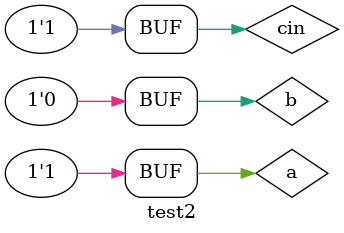
<source format=v>
`timescale 1ns / 1ps


module test2;

	// Inputs
	reg a;
	reg b;
	reg cin;

	// Outputs
	wire sum;
	wire cout;

	// Instantiate the Unit Under Test (UUT)
	full_adder uut (
		.sum(sum), 
		.cout(cout), 
		.a(a), 
		.b(b), 
		.cin(cin)
	);

	initial begin
		// Initialize Inputs
		a = 1;
		b = 0;
		cin = 1;

		// Wait 100 ns for global reset to finish
		#100;
        
		// Add stimulus here

	end
      
endmodule


</source>
